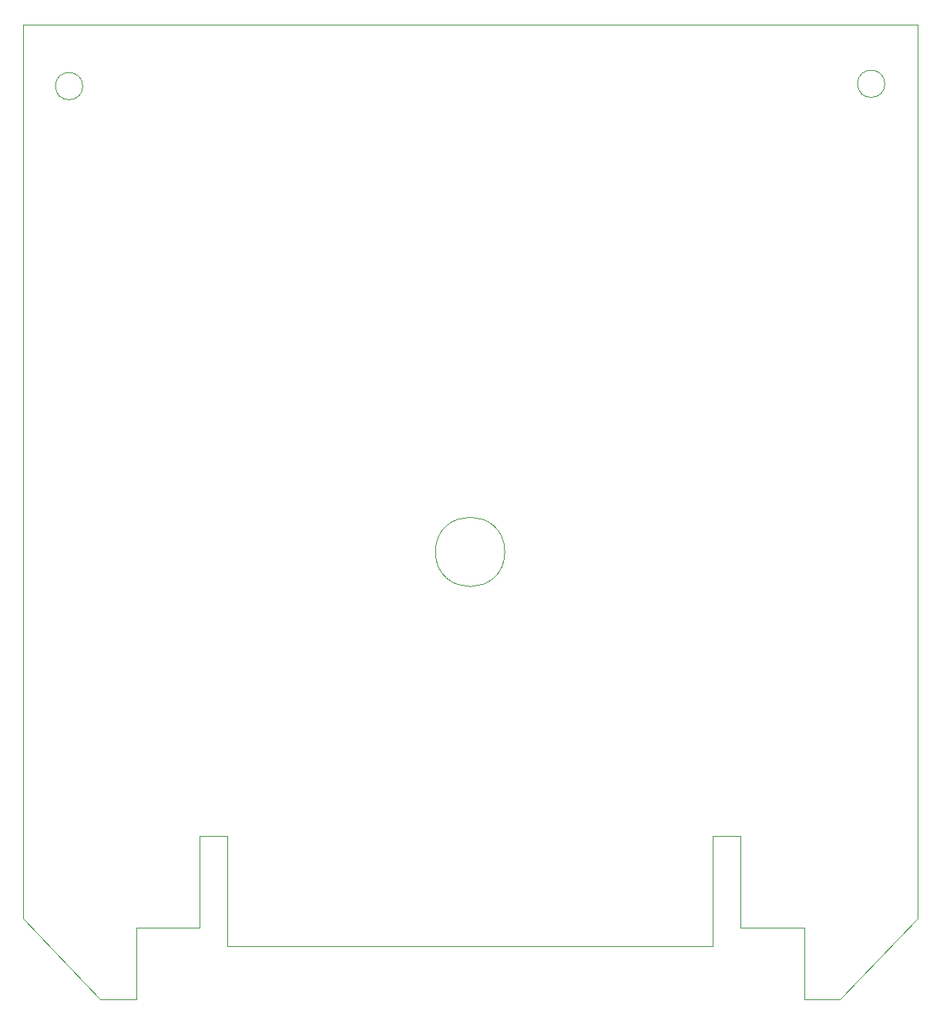
<source format=gbr>
%TF.GenerationSoftware,KiCad,Pcbnew,6.0.9-8da3e8f707~117~ubuntu20.04.1*%
%TF.CreationDate,2023-03-11T16:55:59-05:00*%
%TF.ProjectId,coco9511pak,636f636f-3935-4313-9170-616b2e6b6963,rev?*%
%TF.SameCoordinates,Original*%
%TF.FileFunction,Profile,NP*%
%FSLAX46Y46*%
G04 Gerber Fmt 4.6, Leading zero omitted, Abs format (unit mm)*
G04 Created by KiCad (PCBNEW 6.0.9-8da3e8f707~117~ubuntu20.04.1) date 2023-03-11 16:55:59*
%MOMM*%
%LPD*%
G01*
G04 APERTURE LIST*
%TA.AperFunction,Profile*%
%ADD10C,0.100000*%
%TD*%
G04 APERTURE END LIST*
D10*
X36068000Y-161290000D02*
X39116000Y-161290000D01*
X29083000Y-171323000D02*
X36068000Y-171323000D01*
X64516001Y-110490000D02*
G75*
G03*
X64516001Y-110490000I-1J0D01*
G01*
X95504000Y-171323000D02*
X95504000Y-161290000D01*
X25146000Y-179197000D02*
X29083000Y-179197000D01*
X36068000Y-171323000D02*
X36068000Y-161290000D01*
X69596000Y-130048000D02*
G75*
G03*
X69596000Y-130048000I-3810000J0D01*
G01*
X39116000Y-161290000D02*
X39116000Y-173355000D01*
X39116000Y-173355000D02*
X92456000Y-173355000D01*
X95504000Y-171323000D02*
X102489000Y-171323000D01*
X16637000Y-170345000D02*
X25146000Y-179197000D01*
X114935000Y-72117000D02*
X114935000Y-170307000D01*
X102489000Y-171323000D02*
X102489000Y-179197000D01*
X102489000Y-179197000D02*
X106426000Y-179197000D01*
X106426000Y-179197000D02*
X114935000Y-170307000D01*
X92456000Y-161290000D02*
X92456000Y-173355000D01*
X92456000Y-161290000D02*
X95504000Y-161290000D01*
X23217000Y-78867000D02*
G75*
G03*
X23217000Y-78867000I-1500000J0D01*
G01*
X16637000Y-72155000D02*
X114935000Y-72117000D01*
X16637000Y-170345000D02*
X16637000Y-72155000D01*
X111355000Y-78613000D02*
G75*
G03*
X111355000Y-78613000I-1500000J0D01*
G01*
X29083000Y-171323000D02*
X29083000Y-179197000D01*
M02*

</source>
